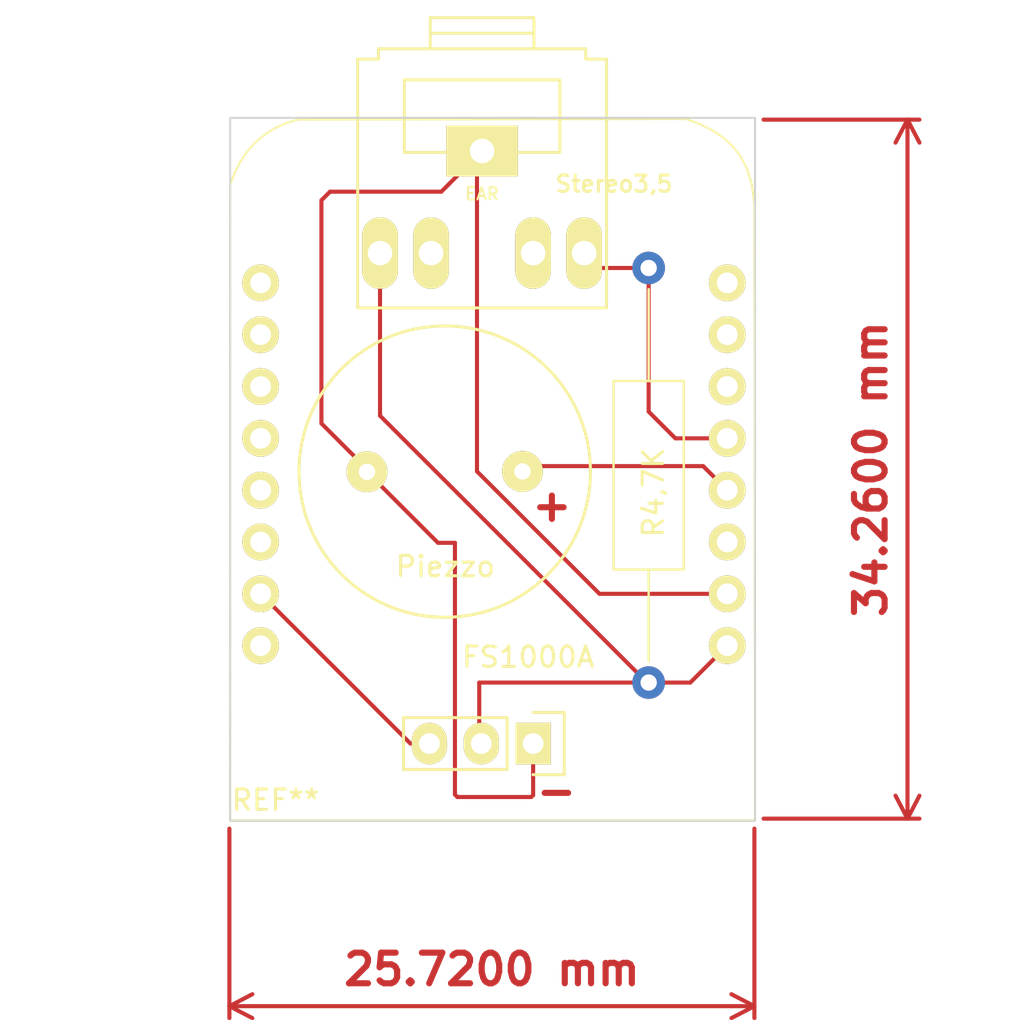
<source format=kicad_pcb>
(kicad_pcb (version 20211014) (generator pcbnew)
  (title_block (title "Brausteuerung V4") (company "Zwieselbrau.de"))
  (layers (0 "F.Cu" signal) (31 "B.Cu" signal) (34 "B.Paste" user) (35 "F.Paste" user) (36 "B.SilkS" user "B.Silkscreen") (37 "F.SilkS" user "F.Silkscreen") (38 "B.Mask" user) (39 "F.Mask" user) (44 "Edge.Cuts" user))
  (net 0 "")
  (footprint "Resistor_THT:R_Axial_DIN0309_L9.0mm_D3.2mm_P20.32mm_Horizontal" (layer "F.Cu") (at 85.62 60.9 -90)
    (fp_text reference "R4,7K" (at 11.01 -0.23 90) (layer "F.SilkS"))
    (fp_text value "R_Axial_DIN0309_L9.0mm_D3.2mm_P20.32mm_Horizontal")
    (fp_line (start 5.54 1.72) (end 14.78 1.72) (layer "F.SilkS") (width 0.12))
    (fp_line (start 19.28 0) (end 14.78 0) (layer "F.SilkS") (width 0.12))
    (fp_line (start 5.54 -1.72) (end 5.54 1.72) (layer "F.SilkS") (width 0.12))
    (fp_line (start 1.04 0) (end 5.54 0) (layer "F.SilkS") (width 0.12))
    (fp_line (start 14.78 1.72) (end 14.78 -1.72) (layer "F.SilkS") (width 0.12))
    (fp_line (start 14.78 -1.72) (end 5.54 -1.72) (layer "F.SilkS") (width 0.12))
    (pad "1" thru_hole circle (at 0 0 270) (size 1.6 1.6) (drill 0.8) (layers *.Cu *.Mask))
    (pad "2" thru_hole oval (at 20.32 0 270) (size 1.6 1.6) (drill 0.8) (layers *.Cu *.Mask))
  )
  (footprint "myKiCadLib:PIEZO-MCKPI-G1410" (layer "F.Cu") (at 75.63 70.88 180)
    (fp_text reference "Piezzo" (at -0.03 -4.65) (layer "F.SilkS"))
    (fp_text value "PIEZO-MCKPI-G1410")
    (fp_circle (center 0 0) (end 7 1.4) (layer "F.SilkS") (width 0.15) (fill none))
    (pad "1" thru_hole circle locked (at -3.81 0.01 180) (size 2 2) (drill 0.8) (layers *.Cu *.Mask "F.SilkS"))
    (pad "2" thru_hole circle locked (at 3.81 -0.01 180) (size 2 2) (drill 0.8) (layers *.Cu *.Mask "F.SilkS"))
  )
  (footprint "D1Shield:Wemos_D1_Mini_Shield" (layer "F.Cu") (at 78.04 71.79)
    (fp_text reference "REF**" (at -10.7 15.19) (layer "F.SilkS"))
    (fp_text value "D1_mini_board")
    (fp_line (start 12.775 8.45) (end 12.75 -14.075) (layer "F.SilkS") (width 0.09))
    (fp_line (start -12.930193 16.176658) (end -12.916195 -14.993493) (layer "F.SilkS") (width 0.1))
    (fp_line (start -12.925 16.175) (end 12.775 16.175) (layer "F.SilkS") (width 0.09))
    (fp_line (start -12.065253 -16.627577) (end -11.678953 -17.054952) (layer "F.SilkS") (width 0.1))
    (fp_line (start 9.43046 -18.191734) (end 10.049824 -17.957741) (layer "F.SilkS") (width 0.1))
    (fp_line (start 10.638018 -17.673258) (end 11.181445 -17.323743) (layer "F.SilkS") (width 0.1))
    (fp_line (start 10.049824 -17.957741) (end 10.638018 -17.673258) (layer "F.SilkS") (width 0.1))
    (fp_line (start -12.399901 -16.141167) (end -12.065253 -16.627577) (layer "F.SilkS") (width 0.1))
    (fp_line (start 11.666503 -16.894658) (end 12.079595 -16.37146) (layer "F.SilkS") (width 0.1))
    (fp_line (start 12.635482 -14.984575) (end 12.751078 -14.091807) (layer "F.SilkS") (width 0.1))
    (fp_line (start -12.916195 -14.993493) (end -12.683384 -15.596286) (layer "F.SilkS") (width 0.1))
    (fp_line (start 12.079595 -16.37146) (end 12.407122 -15.739613) (layer "F.SilkS") (width 0.1))
    (fp_line (start -10.20525 -17.97731) (end -9.607453 -18.162976) (layer "F.SilkS") (width 0.1))
    (fp_line (start -11.678953 -17.054952) (end -11.240512 -17.422741) (layer "F.SilkS") (width 0.1))
    (fp_line (start -12.683384 -15.596286) (end -12.399901 -16.141167) (layer "F.SilkS") (width 0.1))
    (fp_line (start 11.181445 -17.323743) (end 11.666503 -16.894658) (layer "F.SilkS") (width 0.1))
    (fp_line (start 12.407122 -15.739613) (end 12.635482 -14.984575) (layer "F.SilkS") (width 0.1))
    (fp_line (start -9.607453 -18.162976) (end 9.43046 -18.191734) (layer "F.SilkS") (width 0.1))
    (fp_line (start -11.240512 -17.422741) (end -10.74944 -17.730377) (layer "F.SilkS") (width 0.1))
    (fp_line (start 12.775 16.175) (end 12.775 8.475) (layer "F.SilkS") (width 0.09))
    (fp_line (start -10.74944 -17.730377) (end -10.20525 -17.97731) (layer "F.SilkS") (width 0.1))
    (pad "1" thru_hole circle locked (at -11.43 7.62) (size 1.8 1.8) (drill 1.016) (layers *.Cu *.Mask "F.SilkS"))
    (pad "2" thru_hole circle locked (at -11.43 5.08) (size 1.8 1.8) (drill 1.016) (layers *.Cu *.Mask "F.SilkS"))
    (pad "3" thru_hole circle locked (at -11.43 2.54) (size 1.8 1.8) (drill 1.016) (layers *.Cu *.Mask "F.SilkS"))
    (pad "4" thru_hole circle locked (at -11.43 0) (size 1.8 1.8) (drill 1.016) (layers *.Cu *.Mask "F.SilkS"))
    (pad "5" thru_hole circle locked (at -11.43 -2.54) (size 1.8 1.8) (drill 1.016) (layers *.Cu *.Mask "F.SilkS"))
    (pad "6" thru_hole circle locked (at -11.43 -5.08) (size 1.8 1.8) (drill 1.016) (layers *.Cu *.Mask "F.SilkS"))
    (pad "7" thru_hole circle locked (at -11.43 -7.62) (size 1.8 1.8) (drill 1.016) (layers *.Cu *.Mask "F.SilkS"))
    (pad "8" thru_hole circle locked (at -11.43 -10.16) (size 1.8 1.8) (drill 1.016) (layers *.Cu *.Mask "F.SilkS"))
    (pad "9" thru_hole circle locked (at 11.43 -10.16) (size 1.8 1.8) (drill 1.016) (layers *.Cu *.Mask "F.SilkS"))
    (pad "10" thru_hole circle locked (at 11.43 -7.62) (size 1.8 1.8) (drill 1.016) (layers *.Cu *.Mask "F.SilkS"))
    (pad "11" thru_hole circle locked (at 11.43 -5.08) (size 1.8 1.8) (drill 1.016) (layers *.Cu *.Mask "F.SilkS"))
    (pad "12" thru_hole circle locked (at 11.43 -2.54) (size 1.8 1.8) (drill 1.016) (layers *.Cu *.Mask "F.SilkS"))
    (pad "13" thru_hole circle locked (at 11.43 0) (size 1.8 1.8) (drill 1.016) (layers *.Cu *.Mask "F.SilkS"))
    (pad "14" thru_hole circle locked (at 11.43 2.54) (size 1.8 1.8) (drill 1.016) (layers *.Cu *.Mask "F.SilkS"))
    (pad "15" thru_hole circle locked (at 11.43 5.08) (size 1.8 1.8) (drill 1.016) (layers *.Cu *.Mask "F.SilkS"))
    (pad "16" thru_hole circle locked (at 11.43 7.62) (size 1.8 1.8) (drill 1.016) (layers *.Cu *.Mask "F.SilkS"))
  )
  (footprint "myKiCadLib:Tayda_3.5mm_stereo_TRS_jack_A-853" (layer "F.Cu") (at 77.46 56.76)
    (fp_text reference "Stereo3,5" (at 6.46 0.02) (layer "F.SilkS") (effects (font (size 0.8 0.8))))
    (fp_text value "EAR" (at 0 0.508) (layer "F.SilkS") (effects (font (size 0.6 0.6) (thickness 0.1))))
    (fp_line (start 3.81 -5.08) (end 3.81 -1.524) (layer "F.SilkS") (width 0.15))
    (fp_line (start -5.08 -6.35) (end -5.08 -6.604) (layer "F.SilkS") (width 0.15))
    (fp_line (start 6.096 6.096) (end -6.096 6.096) (layer "F.SilkS") (width 0.15))
    (fp_line (start 3.81 -1.524) (end 1.778 -1.524) (layer "F.SilkS") (width 0.15))
    (fp_line (start 2.54 -6.604) (end 2.54 -8.128) (layer "F.SilkS") (width 0.15))
    (fp_line (start -3.81 -1.524) (end -3.81 -5.08) (layer "F.SilkS") (width 0.15))
    (fp_line (start -1.778 -1.524) (end -3.81 -1.524) (layer "F.SilkS") (width 0.15))
    (fp_line (start -2.54 -8.128) (end -2.54 -6.604) (layer "F.SilkS") (width 0.15))
    (fp_line (start -3.81 -5.08) (end 3.81 -5.08) (layer "F.SilkS") (width 0.15))
    (fp_line (start -6.096 6.096) (end -6.096 -6.096) (layer "F.SilkS") (width 0.15))
    (fp_line (start -2.54 -7.366) (end 2.54 -7.366) (layer "F.SilkS") (width 0.15))
    (fp_line (start 5.08 -6.604) (end 5.08 -6.096) (layer "F.SilkS") (width 0.15))
    (fp_line (start -5.08 -6.604) (end 5.08 -6.604) (layer "F.SilkS") (width 0.15))
    (fp_line (start 6.096 -6.096) (end 6.096 6.096) (layer "F.SilkS") (width 0.15))
    (fp_line (start -5.08 -6.096) (end -6.096 -6.096) (layer "F.SilkS") (width 0.15))
    (fp_line (start -5.08 -6.096) (end -5.08 -6.35) (layer "F.SilkS") (width 0.15))
    (fp_line (start -2.54 -8.128) (end 2.54 -8.128) (layer "F.SilkS") (width 0.15))
    (fp_line (start 6.096 -6.096) (end 5.08 -6.096) (layer "F.SilkS") (width 0.15))
    (pad "1" thru_hole rect locked (at 0 -1.596) (size 3.5 2.5) (drill 1.2) (layers *.Cu *.Mask "F.SilkS"))
    (pad "2" thru_hole oval locked (at 5 3.41) (size 1.75 3.5) (drill 1.2) (layers *.Cu *.Mask "F.SilkS"))
    (pad "3" thru_hole oval locked (at 2.5 3.41) (size 1.75 3.5) (drill 1.2) (layers *.Cu *.Mask "F.SilkS"))
    (pad "4" thru_hole oval locked (at -2.5 3.41) (size 1.75 3.5) (drill 1.2) (layers *.Cu *.Mask "F.SilkS"))
    (pad "5" thru_hole oval locked (at -5 3.41) (size 1.75 3.5) (drill 1.2) (layers *.Cu *.Mask "F.SilkS"))
  )
  (footprint "myKiCadLib:RF_Transmitter_433_MHz" (layer "F.Cu") (at 77.42 84.21 180)
    (fp_text reference "FS1000A" (at -2.3 4.24) (layer "F.SilkS"))
    (fp_text value "RF_Transmitter_433_MHz")
    (fp_line (start 3.81 -1.27) (end 3.81 1.27) (layer "F.SilkS") (width 0.15))
    (fp_line (start 3.81 1.27) (end -1.27 1.27) (layer "F.SilkS") (width 0.15))
    (fp_line (start -4.064 -1.524) (end -4.064 1.524) (layer "F.SilkS") (width 0.15))
    (fp_line (start -2.54 -1.524) (end -4.064 -1.524) (layer "F.SilkS") (width 0.15))
    (fp_line (start -1.27 -1.27) (end 3.81 -1.27) (layer "F.SilkS") (width 0.15))
    (fp_line (start -4.064 1.524) (end -2.54 1.524) (layer "F.SilkS") (width 0.15))
    (fp_line (start -1.27 1.27) (end -1.27 -1.27) (layer "F.SilkS") (width 0.15))
    (pad "1" thru_hole rect locked (at -2.54 0 270) (size 2.032 1.7272) (drill 1.016) (layers *.Cu *.Mask "F.SilkS"))
    (pad "2" thru_hole oval locked (at 0 0 270) (size 2.032 1.7272) (drill 1.016) (layers *.Cu *.Mask "F.SilkS"))
    (pad "3" thru_hole oval locked (at 2.54 0 270) (size 2.032 1.7272) (drill 1.016) (layers *.Cu *.Mask "F.SilkS"))
  )
  (gr_rect (start 65.12 53.54) (end 90.83 88) (layer "Edge.Cuts") (width 0.1) (fill none))
  (gr_text "+" (at 80.88 72.52) (layer "F.Cu") (effects (font (size 1.5 1.5) (thickness 0.3))))
  (gr_text "-" (at 81.1 86.52) (layer "F.Cu") (effects (font (size 1.5 1.5) (thickness 0.3))))
  (dimension (type aligned) (layer "F.Cu") (pts (xy 65.08 87.88) (xy 90.8 87.88)) (height 9.2) (gr_text "25,7200 mm" (at 77.94 95.28) (layer "F.Cu") (effects (font (size 1.5 1.5) (thickness 0.3)))) (format (units 3) (units_format 1) (precision 4)) (style (thickness 0.2) (arrow_length 1.27) (text_position_mode 0) (extension_height 0.58642) (extension_offset 0.5) keep_text_aligned))
  (dimension (type aligned) (layer "F.Cu") (pts (xy 90.75 87.89) (xy 90.75 53.63)) (height 7.55) (gr_text "34,2600 mm" (at 96.5 70.76 90) (layer "F.Cu") (effects (font (size 1.5 1.5) (thickness 0.3)))) (format (units 3) (units_format 1) (precision 4)) (style (thickness 0.2) (arrow_length 1.27) (text_position_mode 0) (extension_height 0.58642) (extension_offset 0.5) keep_text_aligned))
  (segment (start 83.19 60.9) (end 82.46 60.17) (width 0.2) (layer "F.Cu") (net 0))
  (segment (start 77.32 84.11) (end 77.32 81.22) (width 0.2) (layer "F.Cu") (net 0))
  (segment (start 77.46 55.164) (end 77.21 55.414) (width 0.2) (layer "F.Cu") (net 0))
  (segment (start 74.88 84.21) (end 73.95 84.21) (width 0.2) (layer "F.Cu") (net 0))
  (segment (start 83.21 76.87) (end 89.47 76.87) (width 0.2) (layer "F.Cu") (net 0))
  (segment (start 77.21 55.414) (end 77.21 70.87) (width 0.2) (layer "F.Cu") (net 0))
  (segment (start 73.95 84.21) (end 66.61 76.87) (width 0.2) (layer "F.Cu") (net 0))
  (segment (start 85.62 60.9) (end 83.19 60.9) (width 0.2) (layer "F.Cu") (net 0))
  (segment (start 79.96 86.74) (end 79.87 86.83) (width 0.2) (layer "F.Cu") (net 0))
  (segment (start 89.47 79.41) (end 87.66 81.22) (width 0.2) (layer "F.Cu") (net 0))
  (segment (start 77.32 81.22) (end 87.66 81.22) (width 0.2) (layer "F.Cu") (net 0))
  (segment (start 79.96 84.21) (end 79.96 86.74) (width 0.2) (layer "F.Cu") (net 0))
  (segment (start 85.62 67.94) (end 86.93 69.25) (width 0.2) (layer "F.Cu") (net 0))
  (segment (start 79.32 70.61) (end 88.29 70.61) (width 0.2) (layer "F.Cu") (net 0))
  (segment (start 69.59 57.58) (end 70.01 57.16) (width 0.2) (layer "F.Cu") (net 0))
  (segment (start 76.13 74.37) (end 75.3 74.37) (width 0.2) (layer "F.Cu") (net 0))
  (segment (start 70.01 57.16) (end 75.464 57.16) (width 0.2) (layer "F.Cu") (net 0))
  (segment (start 79.87 86.83) (end 76.25 86.83) (width 0.2) (layer "F.Cu") (net 0))
  (segment (start 88.29 70.61) (end 89.47 71.79) (width 0.2) (layer "F.Cu") (net 0))
  (segment (start 71.7 70.63) (end 69.59 68.52) (width 0.2) (layer "F.Cu") (net 0))
  (segment (start 77.21 70.87) (end 83.21 76.87) (width 0.2) (layer "F.Cu") (net 0))
  (segment (start 86.93 69.25) (end 89.47 69.25) (width 0.2) (layer "F.Cu") (net 0))
  (segment (start 77.42 84.21) (end 77.32 84.11) (width 0.2) (layer "F.Cu") (net 0))
  (segment (start 76.13 86.71) (end 76.13 74.37) (width 0.2) (layer "F.Cu") (net 0))
  (segment (start 85.54 81.22) (end 72.46 68.14) (width 0.2) (layer "F.Cu") (net 0))
  (segment (start 75.464 57.16) (end 77.46 55.164) (width 0.2) (layer "F.Cu") (net 0))
  (segment (start 69.59 68.52) (end 69.59 57.58) (width 0.2) (layer "F.Cu") (net 0))
  (segment (start 72.46 68.14) (end 72.46 60.17) (width 0.2) (layer "F.Cu") (net 0))
  (segment (start 85.62 60.9) (end 85.62 67.94) (width 0.2) (layer "F.Cu") (net 0))
  (segment (start 75.3 74.37) (end 71.82 70.89) (width 0.2) (layer "F.Cu") (net 0))
  (segment (start 76.25 86.83) (end 76.13 86.71) (width 0.2) (layer "F.Cu") (net 0))
)
</source>
